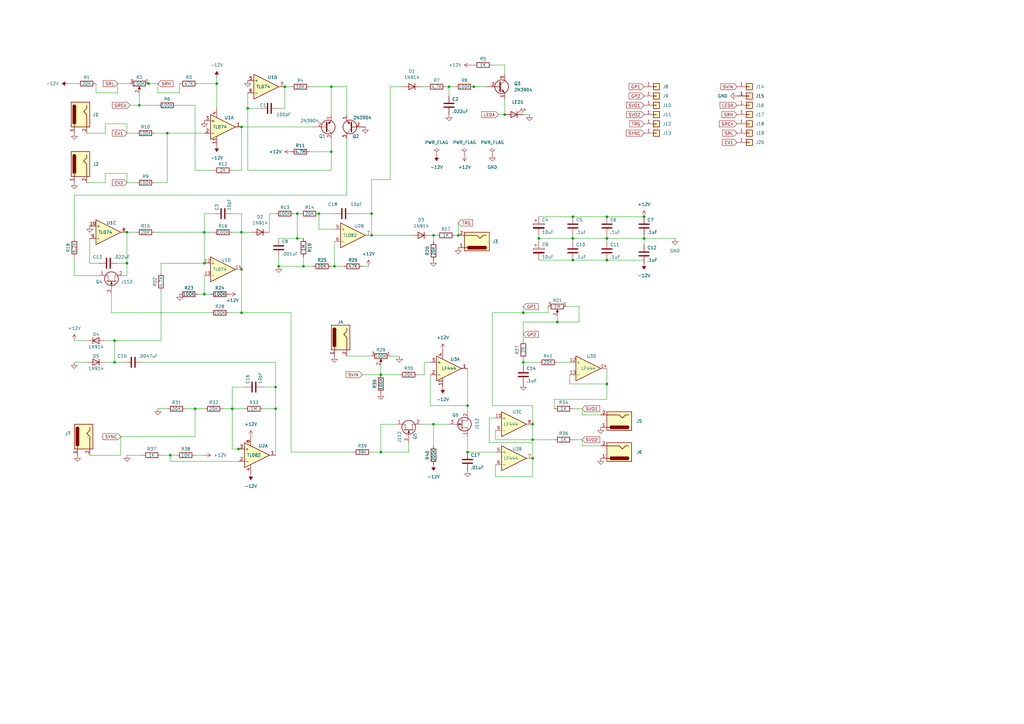
<source format=kicad_sch>
(kicad_sch (version 20211123) (generator eeschema)
  (paper "A3")
  (junction (at 121.92 87.63))
  (junction (at 69.85 186.69))
  (junction (at 248.92 106.68))
  (junction (at 218.44 180.34))
  (junction (at 228.6 132.08))
  (junction (at 137.16 109.22))
  (junction (at 99.06 95.25))
  (junction (at 177.8 96.52))
  (junction (at 220.98 97.79))
  (junction (at 156.21 185.42))
  (junction (at 114.3 109.22))
  (junction (at 83.82 120.65))
  (junction (at 83.82 107.95))
  (junction (at 248.92 157.48))
  (junction (at 135.89 35.56))
  (junction (at 218.44 173.99))
  (junction (at 52.07 95.25))
  (junction (at 57.15 43.18))
  (junction (at 187.96 96.52))
  (junction (at 218.44 187.96))
  (junction (at 264.16 88.9))
  (junction (at 121.92 97.79))
  (junction (at 68.58 54.61))
  (junction (at 52.07 107.95))
  (junction (at 99.06 128.27))
  (junction (at 264.16 97.79))
  (junction (at 191.77 166.37))
  (junction (at 184.15 35.56))
  (junction (at 113.03 158.75))
  (junction (at 99.06 52.07))
  (junction (at 191.77 185.42))
  (junction (at 248.92 97.79))
  (junction (at 234.95 97.79))
  (junction (at 152.4 96.52))
  (junction (at 194.31 35.56))
  (junction (at 60.96 34.29))
  (junction (at 80.01 167.64))
  (junction (at 207.01 46.99))
  (junction (at 101.6 44.45))
  (junction (at 177.8 173.99))
  (junction (at 95.25 167.64))
  (junction (at 135.89 62.23))
  (junction (at 99.06 110.49))
  (junction (at 152.4 87.63))
  (junction (at 116.84 35.56))
  (junction (at 83.82 95.25))
  (junction (at 113.03 167.64))
  (junction (at 156.21 153.67))
  (junction (at 248.92 88.9))
  (junction (at 214.63 148.59))
  (junction (at 214.63 128.27))
  (junction (at 234.95 88.9))
  (junction (at 46.99 139.7))
  (junction (at 234.95 106.68))
  (junction (at 97.79 184.15))
  (junction (at 124.46 109.22))
  (junction (at 130.81 87.63))
  (junction (at 46.99 148.59))
  (junction (at 88.9 34.29))
  (wire (pts (xy 214.63 132.08) (xy 214.63 139.7)))
  (wire (pts (xy 232.41 125.73) (xy 237.49 125.73)))
  (wire (pts (xy 95.25 87.63) (xy 99.06 87.63)))
  (wire (pts (xy 81.28 34.29) (xy 88.9 34.29)))
  (wire (pts (xy 101.6 69.85) (xy 135.89 69.85)))
  (wire (pts (xy 30.48 113.03) (xy 40.64 113.03)))
  (wire (pts (xy 220.98 96.52) (xy 220.98 97.79)))
  (wire (pts (xy 52.07 54.61) (xy 55.88 54.61)))
  (wire (pts (xy 156.21 153.67) (xy 163.83 153.67)))
  (wire (pts (xy 95.25 69.85) (xy 99.06 69.85)))
  (wire (pts (xy 248.92 97.79) (xy 264.16 97.79)))
  (wire (pts (xy 228.6 132.08) (xy 228.6 129.54)))
  (wire (pts (xy 148.59 153.67) (xy 156.21 153.67)))
  (wire (pts (xy 194.31 35.56) (xy 199.39 35.56)))
  (wire (pts (xy 160.02 73.66) (xy 160.02 35.56)))
  (wire (pts (xy 69.85 189.23) (xy 97.79 189.23)))
  (wire (pts (xy 182.88 35.56) (xy 184.15 35.56)))
  (wire (pts (xy 234.95 167.64) (xy 238.76 167.64)))
  (wire (pts (xy 46.99 148.59) (xy 43.18 148.59)))
  (wire (pts (xy 135.89 35.56) (xy 127 35.56)))
  (wire (pts (xy 99.06 128.27) (xy 119.38 128.27)))
  (wire (pts (xy 234.95 97.79) (xy 234.95 99.06)))
  (wire (pts (xy 80.01 167.64) (xy 83.82 167.64)))
  (wire (pts (xy 95.25 167.64) (xy 95.25 158.75)))
  (wire (pts (xy 27.94 34.29) (xy 31.75 34.29)))
  (wire (pts (xy 152.4 96.52) (xy 168.91 96.52)))
  (wire (pts (xy 60.96 34.29) (xy 64.77 34.29)))
  (wire (pts (xy 135.89 35.56) (xy 142.24 35.56)))
  (wire (pts (xy 39.37 38.1) (xy 48.26 38.1)))
  (wire (pts (xy 156.21 185.42) (xy 167.64 185.42)))
  (wire (pts (xy 63.5 95.25) (xy 83.82 95.25)))
  (wire (pts (xy 201.93 26.67) (xy 207.01 26.67)))
  (wire (pts (xy 83.82 87.63) (xy 83.82 95.25)))
  (wire (pts (xy 83.82 107.95) (xy 66.04 107.95)))
  (wire (pts (xy 201.93 128.27) (xy 201.93 166.37)))
  (wire (pts (xy 30.48 80.01) (xy 30.48 97.79)))
  (wire (pts (xy 124.46 105.41) (xy 124.46 109.22)))
  (wire (pts (xy 184.15 35.56) (xy 184.15 39.37)))
  (wire (pts (xy 119.38 128.27) (xy 119.38 185.42)))
  (wire (pts (xy 228.6 148.59) (xy 233.68 148.59)))
  (wire (pts (xy 52.07 74.93) (xy 55.88 74.93)))
  (wire (pts (xy 46.99 148.59) (xy 50.8 148.59)))
  (wire (pts (xy 50.8 113.03) (xy 52.07 113.03)))
  (wire (pts (xy 176.53 166.37) (xy 191.77 166.37)))
  (wire (pts (xy 68.58 74.93) (xy 68.58 54.61)))
  (wire (pts (xy 80.01 179.07) (xy 80.01 167.64)))
  (wire (pts (xy 130.81 87.63) (xy 137.16 87.63)))
  (wire (pts (xy 57.15 43.18) (xy 64.77 43.18)))
  (wire (pts (xy 49.53 186.69) (xy 49.53 179.07)))
  (wire (pts (xy 200.66 181.61) (xy 200.66 171.45)))
  (wire (pts (xy 156.21 173.99) (xy 156.21 185.42)))
  (wire (pts (xy 83.82 113.03) (xy 83.82 120.65)))
  (wire (pts (xy 167.64 185.42) (xy 167.64 181.61)))
  (wire (pts (xy 248.92 97.79) (xy 248.92 99.06)))
  (wire (pts (xy 203.2 176.53) (xy 203.2 180.34)))
  (wire (pts (xy 95.25 95.25) (xy 99.06 95.25)))
  (wire (pts (xy 218.44 181.61) (xy 200.66 181.61)))
  (wire (pts (xy 130.81 93.98) (xy 130.81 87.63)))
  (wire (pts (xy 160.02 35.56) (xy 165.1 35.56)))
  (wire (pts (xy 36.83 186.69) (xy 49.53 186.69)))
  (wire (pts (xy 43.18 71.12) (xy 52.07 71.12)))
  (wire (pts (xy 64.77 38.1) (xy 73.66 38.1)))
  (wire (pts (xy 234.95 106.68) (xy 248.92 106.68)))
  (wire (pts (xy 48.26 107.95) (xy 52.07 107.95)))
  (wire (pts (xy 121.92 97.79) (xy 124.46 97.79)))
  (wire (pts (xy 187.96 91.44) (xy 187.96 96.52)))
  (wire (pts (xy 101.6 38.1) (xy 101.6 44.45)))
  (wire (pts (xy 203.2 180.34) (xy 218.44 180.34)))
  (wire (pts (xy 142.24 35.56) (xy 142.24 46.99)))
  (wire (pts (xy 43.18 50.8) (xy 52.07 50.8)))
  (wire (pts (xy 86.36 128.27) (xy 45.72 128.27)))
  (wire (pts (xy 30.48 139.7) (xy 35.56 139.7)))
  (wire (pts (xy 214.63 148.59) (xy 214.63 149.86)))
  (wire (pts (xy 172.72 35.56) (xy 175.26 35.56)))
  (wire (pts (xy 80.01 43.18) (xy 80.01 69.85)))
  (wire (pts (xy 36.83 97.79) (xy 36.83 107.95)))
  (wire (pts (xy 173.99 153.67) (xy 173.99 148.59)))
  (wire (pts (xy 152.4 87.63) (xy 152.4 96.52)))
  (wire (pts (xy 214.63 147.32) (xy 214.63 148.59)))
  (wire (pts (xy 142.24 146.05) (xy 152.4 146.05)))
  (wire (pts (xy 184.15 35.56) (xy 186.69 35.56)))
  (wire (pts (xy 200.66 171.45) (xy 203.2 171.45)))
  (wire (pts (xy 218.44 180.34) (xy 218.44 173.99)))
  (wire (pts (xy 57.15 43.18) (xy 53.34 43.18)))
  (wire (pts (xy 64.77 34.29) (xy 64.77 38.1)))
  (wire (pts (xy 35.56 74.93) (xy 43.18 74.93)))
  (wire (pts (xy 171.45 153.67) (xy 173.99 153.67)))
  (wire (pts (xy 214.63 132.08) (xy 228.6 132.08)))
  (wire (pts (xy 64.77 167.64) (xy 68.58 167.64)))
  (wire (pts (xy 114.3 105.41) (xy 114.3 109.22)))
  (wire (pts (xy 238.76 170.18) (xy 246.38 170.18)))
  (wire (pts (xy 91.44 167.64) (xy 95.25 167.64)))
  (wire (pts (xy 99.06 52.07) (xy 128.27 52.07)))
  (wire (pts (xy 52.07 113.03) (xy 52.07 107.95)))
  (wire (pts (xy 172.72 173.99) (xy 177.8 173.99)))
  (wire (pts (xy 121.92 87.63) (xy 123.19 87.63)))
  (wire (pts (xy 45.72 128.27) (xy 45.72 120.65)))
  (wire (pts (xy 142.24 57.15) (xy 142.24 80.01)))
  (wire (pts (xy 176.53 96.52) (xy 177.8 96.52)))
  (wire (pts (xy 124.46 109.22) (xy 128.27 109.22)))
  (wire (pts (xy 66.04 119.38) (xy 66.04 139.7)))
  (wire (pts (xy 99.06 95.25) (xy 102.87 95.25)))
  (wire (pts (xy 214.63 125.73) (xy 214.63 128.27)))
  (wire (pts (xy 191.77 185.42) (xy 203.2 185.42)))
  (wire (pts (xy 99.06 110.49) (xy 99.06 128.27)))
  (wire (pts (xy 135.89 46.99) (xy 135.89 35.56)))
  (wire (pts (xy 113.03 158.75) (xy 113.03 167.64)))
  (wire (pts (xy 83.82 120.65) (xy 86.36 120.65)))
  (wire (pts (xy 66.04 107.95) (xy 66.04 111.76)))
  (wire (pts (xy 35.56 54.61) (xy 43.18 54.61)))
  (wire (pts (xy 224.79 125.73) (xy 224.79 128.27)))
  (wire (pts (xy 227.33 163.83) (xy 227.33 167.64)))
  (wire (pts (xy 68.58 54.61) (xy 83.82 54.61)))
  (wire (pts (xy 101.6 44.45) (xy 106.68 44.45)))
  (wire (pts (xy 119.38 185.42) (xy 144.78 185.42)))
  (wire (pts (xy 152.4 185.42) (xy 156.21 185.42)))
  (wire (pts (xy 214.63 128.27) (xy 201.93 128.27)))
  (wire (pts (xy 248.92 163.83) (xy 227.33 163.83)))
  (wire (pts (xy 137.16 109.22) (xy 140.97 109.22)))
  (wire (pts (xy 227.33 180.34) (xy 218.44 180.34)))
  (wire (pts (xy 43.18 74.93) (xy 43.18 71.12)))
  (wire (pts (xy 58.42 148.59) (xy 113.03 148.59)))
  (wire (pts (xy 43.18 54.61) (xy 43.18 50.8)))
  (wire (pts (xy 162.56 173.99) (xy 156.21 173.99)))
  (wire (pts (xy 137.16 109.22) (xy 135.89 109.22)))
  (wire (pts (xy 160.02 146.05) (xy 163.83 146.05)))
  (wire (pts (xy 234.95 97.79) (xy 248.92 97.79)))
  (wire (pts (xy 177.8 182.88) (xy 177.8 173.99)))
  (wire (pts (xy 177.8 173.99) (xy 184.15 173.99)))
  (wire (pts (xy 234.95 88.9) (xy 248.92 88.9)))
  (wire (pts (xy 218.44 187.96) (xy 218.44 181.61)))
  (wire (pts (xy 193.04 35.56) (xy 194.31 35.56)))
  (wire (pts (xy 137.16 93.98) (xy 130.81 93.98)))
  (wire (pts (xy 248.92 157.48) (xy 248.92 151.13)))
  (wire (pts (xy 238.76 167.64) (xy 238.76 170.18)))
  (wire (pts (xy 207.01 40.64) (xy 207.01 46.99)))
  (wire (pts (xy 186.69 96.52) (xy 187.96 96.52)))
  (wire (pts (xy 220.98 97.79) (xy 234.95 97.79)))
  (wire (pts (xy 110.49 95.25) (xy 110.49 87.63)))
  (wire (pts (xy 234.95 96.52) (xy 234.95 97.79)))
  (wire (pts (xy 66.04 186.69) (xy 69.85 186.69)))
  (wire (pts (xy 52.07 186.69) (xy 58.42 186.69)))
  (wire (pts (xy 237.49 125.73) (xy 237.49 132.08)))
  (wire (pts (xy 52.07 71.12) (xy 52.07 74.93)))
  (wire (pts (xy 113.03 148.59) (xy 113.03 158.75)))
  (wire (pts (xy 248.92 106.68) (xy 264.16 106.68)))
  (wire (pts (xy 48.26 34.29) (xy 53.34 34.29)))
  (wire (pts (xy 193.04 26.67) (xy 194.31 26.67)))
  (wire (pts (xy 220.98 106.68) (xy 234.95 106.68)))
  (wire (pts (xy 218.44 195.58) (xy 203.2 195.58)))
  (wire (pts (xy 218.44 166.37) (xy 218.44 173.99)))
  (wire (pts (xy 238.76 182.88) (xy 238.76 180.34)))
  (wire (pts (xy 176.53 153.67) (xy 176.53 166.37)))
  (wire (pts (xy 224.79 128.27) (xy 214.63 128.27)))
  (wire (pts (xy 177.8 99.06) (xy 177.8 96.52)))
  (wire (pts (xy 49.53 179.07) (xy 80.01 179.07)))
  (wire (pts (xy 73.66 38.1) (xy 73.66 34.29)))
  (wire (pts (xy 177.8 96.52) (xy 179.07 96.52)))
  (wire (pts (xy 121.92 87.63) (xy 121.92 97.79)))
  (wire (pts (xy 107.95 158.75) (xy 113.03 158.75)))
  (wire (pts (xy 137.16 99.06) (xy 137.16 109.22)))
  (wire (pts (xy 156.21 149.86) (xy 156.21 153.67)))
  (wire (pts (xy 264.16 96.52) (xy 264.16 97.79)))
  (wire (pts (xy 248.92 88.9) (xy 264.16 88.9)))
  (wire (pts (xy 52.07 95.25) (xy 52.07 107.95)))
  (wire (pts (xy 152.4 87.63) (xy 152.4 73.66)))
  (wire (pts (xy 88.9 34.29) (xy 88.9 31.75)))
  (wire (pts (xy 233.68 157.48) (xy 248.92 157.48)))
  (wire (pts (xy 214.63 46.99) (xy 217.17 46.99)))
  (wire (pts (xy 114.3 97.79) (xy 121.92 97.79)))
  (wire (pts (xy 203.2 195.58) (xy 203.2 190.5)))
  (wire (pts (xy 135.89 69.85) (xy 135.89 62.23)))
  (wire (pts (xy 127 62.23) (xy 135.89 62.23)))
  (wire (pts (xy 83.82 95.25) (xy 83.82 107.95)))
  (wire (pts (xy 57.15 38.1) (xy 57.15 43.18)))
  (wire (pts (xy 248.92 157.48) (xy 248.92 163.83)))
  (wire (pts (xy 248.92 96.52) (xy 248.92 97.79)))
  (wire (pts (xy 52.07 50.8) (xy 52.07 54.61)))
  (wire (pts (xy 69.85 186.69) (xy 69.85 189.23)))
  (wire (pts (xy 214.63 148.59) (xy 220.98 148.59)))
  (wire (pts (xy 191.77 166.37) (xy 191.77 168.91)))
  (wire (pts (xy 218.44 187.96) (xy 218.44 195.58)))
  (wire (pts (xy 264.16 97.79) (xy 276.86 97.79)))
  (wire (pts (xy 99.06 95.25) (xy 99.06 110.49)))
  (wire (pts (xy 110.49 87.63) (xy 113.03 87.63)))
  (wire (pts (xy 116.84 35.56) (xy 119.38 35.56)))
  (wire (pts (xy 36.83 107.95) (xy 40.64 107.95)))
  (wire (pts (xy 87.63 87.63) (xy 83.82 87.63)))
  (wire (pts (xy 72.39 43.18) (xy 80.01 43.18)))
  (wire (pts (xy 88.9 34.29) (xy 88.9 44.45)))
  (wire (pts (xy 120.65 87.63) (xy 121.92 87.63)))
  (wire (pts (xy 135.89 62.23) (xy 135.89 57.15)))
  (wire (pts (xy 173.99 148.59) (xy 176.53 148.59)))
  (wire (pts (xy 201.93 166.37) (xy 218.44 166.37)))
  (wire (pts (xy 191.77 179.07) (xy 191.77 185.42)))
  (wire (pts (xy 95.25 184.15) (xy 95.25 167.64)))
  (wire (pts (xy 152.4 73.66) (xy 160.02 73.66)))
  (wire (pts (xy 66.04 139.7) (xy 46.99 139.7)))
  (wire (pts (xy 80.01 69.85) (xy 87.63 69.85)))
  (wire (pts (xy 30.48 105.41) (xy 30.48 113.03)))
  (wire (pts (xy 116.84 44.45) (xy 116.84 35.56)))
  (wire (pts (xy 99.06 184.15) (xy 97.79 184.15)))
  (wire (pts (xy 59.69 34.29) (xy 60.96 34.29)))
  (wire (pts (xy 237.49 132.08) (xy 228.6 132.08)))
  (wire (pts (xy 81.28 120.65) (xy 83.82 120.65)))
  (wire (pts (xy 43.18 139.7) (xy 46.99 139.7)))
  (wire (pts (xy 233.68 153.67) (xy 233.68 157.48)))
  (wire (pts (xy 246.38 182.88) (xy 238.76 182.88)))
  (wire (pts (xy 107.95 167.64) (xy 113.03 167.64)))
  (wire (pts (xy 39.37 34.29) (xy 39.37 38.1)))
  (wire (pts (xy 95.25 158.75) (xy 100.33 158.75)))
  (wire (pts (xy 142.24 80.01) (xy 30.48 80.01)))
  (wire (pts (xy 76.2 167.64) (xy 80.01 167.64)))
  (wire (pts (xy 114.3 109.22) (xy 124.46 109.22)))
  (wire (pts (xy 63.5 54.61) (xy 68.58 54.61)))
  (wire (pts (xy 48.26 38.1) (xy 48.26 34.29)))
  (wire (pts (xy 220.98 88.9) (xy 234.95 88.9)))
  (wire (pts (xy 207.01 26.67) (xy 207.01 30.48)))
  (wire (pts (xy 264.16 97.79) (xy 264.16 100.33)))
  (wire (pts (xy 220.98 97.79) (xy 220.98 99.06)))
  (wire (pts (xy 46.99 139.7) (xy 46.99 148.59)))
  (wire (pts (xy 69.85 186.69) (xy 72.39 186.69)))
  (wire (pts (xy 99.06 87.63) (xy 99.06 95.25)))
  (wire (pts (xy 191.77 166.37) (xy 191.77 151.13)))
  (wire (pts (xy 204.47 46.99) (xy 207.01 46.99)))
  (wire (pts (xy 234.95 180.34) (xy 238.76 180.34)))
  (wire (pts (xy 97.79 184.15) (xy 95.25 184.15)))
  (wire (pts (xy 83.82 95.25) (xy 87.63 95.25)))
  (wire (pts (xy 99.06 128.27) (xy 93.98 128.27)))
  (wire (pts (xy 95.25 167.64) (xy 100.33 167.64)))
  (wire (pts (xy 113.03 167.64) (xy 113.03 186.69)))
  (wire (pts (xy 101.6 44.45) (xy 101.6 69.85)))
  (wire (pts (xy 148.59 109.22) (xy 151.13 109.22)))
  (wire (pts (xy 80.01 186.69) (xy 83.82 186.69)))
  (wire (pts (xy 144.78 87.63) (xy 152.4 87.63)))
  (wire (pts (xy 30.48 148.59) (xy 35.56 148.59)))
  (wire (pts (xy 63.5 74.93) (xy 68.58 74.93)))
  (wire (pts (xy 114.3 44.45) (xy 116.84 44.45)))
  (wire (pts (xy 52.07 95.25) (xy 55.88 95.25)))
  (wire (pts (xy 99.06 69.85) (xy 99.06 52.07)))
  (global_label "SVIN" (shape input) (at 148.59 153.67 180) (property "Intersheet References" "${INTERSHEET_REFS}" (effects hide)))
  (global_label "TRG" (shape input) (at 187.96 91.44 0) (property "Intersheet References" "${INTERSHEET_REFS}" (effects hide)))
  (global_label "GP2" (shape input) (at 214.63 137.16 0) (property "Intersheet References" "${INTERSHEET_REFS}" (effects hide)))
  (global_label "SVO2" (shape input) (at 238.76 180.34 0) (property "Intersheet References" "${INTERSHEET_REFS}" (effects hide)))
  (global_label "SRCV" (shape input) (at 302.26 50.8 180) (property "Intersheet References" "${INTERSHEET_REFS}" (effects hide)))
  (global_label "SRCV" (shape input) (at 53.34 43.18 180) (property "Intersheet References" "${INTERSHEET_REFS}" (effects hide)))
  (global_label "SVO1" (shape input) (at 264.16 43.18 180) (property "Intersheet References" "${INTERSHEET_REFS}" (effects hide)))
  (global_label "SVIN" (shape input) (at 302.26 35.56 180) (property "Intersheet References" "${INTERSHEET_REFS}" (effects hide)))
  (global_label "SVO2" (shape input) (at 264.16 46.99 180) (property "Intersheet References" "${INTERSHEET_REFS}" (effects hide)))
  (global_label "LEDA" (shape input) (at 302.26 43.18 180) (property "Intersheet References" "${INTERSHEET_REFS}" (effects hide)))
  (global_label "SVO1" (shape input) (at 238.76 167.64 0) (property "Intersheet References" "${INTERSHEET_REFS}" (effects hide)))
  (global_label "CV1" (shape input) (at 52.07 54.61 180) (property "Intersheet References" "${INTERSHEET_REFS}" (effects hide)))
  (global_label "SRL" (shape input) (at 48.26 34.29 180) (property "Intersheet References" "${INTERSHEET_REFS}" (effects hide)))
  (global_label "GP2" (shape input) (at 264.16 39.37 180) (property "Intersheet References" "${INTERSHEET_REFS}" (effects hide)))
  (global_label "GP1" (shape input) (at 264.16 35.56 180) (property "Intersheet References" "${INTERSHEET_REFS}" (effects hide)))
  (global_label "SRL" (shape input) (at 302.26 54.61 180) (property "Intersheet References" "${INTERSHEET_REFS}" (effects hide)))
  (global_label "TRG" (shape input) (at 264.16 50.8 180) (property "Intersheet References" "${INTERSHEET_REFS}" (effects hide)))
  (global_label "SYNC" (shape input) (at 49.53 179.07 180) (property "Intersheet References" "${INTERSHEET_REFS}" (effects hide)))
  (global_label "SYNC" (shape input) (at 264.16 54.61 180) (property "Intersheet References" "${INTERSHEET_REFS}" (effects hide)))
  (global_label "SRH" (shape input) (at 302.26 46.99 180) (property "Intersheet References" "${INTERSHEET_REFS}" (effects hide)))
  (global_label "GP1" (shape input) (at 214.63 125.73 0) (property "Intersheet References" "${INTERSHEET_REFS}" (effects hide)))
  (global_label "LEDA" (shape input) (at 204.47 46.99 180) (property "Intersheet References" "${INTERSHEET_REFS}" (effects hide)))
  (global_label "CV2" (shape input) (at 52.07 74.93 180) (property "Intersheet References" "${INTERSHEET_REFS}" (effects hide)))
  (global_label "CV1" (shape input) (at 302.26 58.42 180) (property "Intersheet References" "${INTERSHEET_REFS}" (effects hide)))
  (global_label "SRH" (shape input) (at 64.77 34.29 0) (property "Intersheet References" "${INTERSHEET_REFS}" (effects hide)))
  (symbol (lib_id "power:GND") (at 30.48 74.93 0) (unit 1)
    (property "Reference" "#PWR0105" (effects hide))
    (property "Value" "GND" (effects hide))
  )
  (symbol (lib_id "Device:C_Polarized") (at 220.98 92.71 0) (unit 1)
    (property "Reference" "C4" (at 222.25 90.17 0) (effects (justify left)))
    (property "Value" "10uF" (at 222.25 95.25 0) (effects (justify left)))
  )
  (symbol (lib_id "Device:R") (at 214.63 143.51 180) (unit 1)
    (property "Reference" "R27" (at 212.09 143.51 90))
    (property "Value" "20" (at 214.63 143.51 90))
  )
  (symbol (lib_id "Transistor_BJT:2N3904") (at 204.47 35.56 0) (unit 1)
    (property "Reference" "Q3" (at 210.82 34.2899 0) (effects (justify left)))
    (property "Value" "2N3904" (at 210.82 36.8299 0) (effects (justify left)))
    (property "Footprint" "Package_TO_SOT_THT:TO-92_Inline" (effects hide))
    (property "Datasheet" "https://www.onsemi.com/pub/Collateral/2N3903-D.PDF" (effects hide))
  )
  (symbol (lib_id "Device:C") (at 140.97 87.63 90) (unit 1)
    (property "Reference" "C18" (at 138.43 83.82 90) (effects (justify left)))
    (property "Value" "10pF" (at 148.59 83.82 90) (effects (justify left)))
  )
  (symbol (lib_id "Device:C") (at 110.49 44.45 90) (unit 1)
    (property "Reference" "C1" (at 109.22 43.18 90) (effects (justify left)))
    (property "Value" "100pF" (at 119.38 46.99 90) (effects (justify left)))
  )
  (symbol (lib_id "Device:C") (at 248.92 102.87 0) (unit 1)
    (property "Reference" "C11" (at 250.19 100.33 0) (effects (justify left)))
    (property "Value" ".1uF" (at 250.19 105.41 0) (effects (justify left)))
  )
  (symbol (lib_id "Device:R") (at 177.8 102.87 180) (unit 1)
    (property "Reference" "R20" (at 175.26 102.87 90))
    (property "Value" "20K" (at 177.8 102.87 90))
  )
  (symbol (lib_id "Connector:Jack-DC") (at 33.02 46.99 90) (mirror x) (unit 1)
    (property "Reference" "J1" (at 38.1 46.9899 90) (effects (justify right)))
    (property "Value" "Jack-DC" (effects hide))
  )
  (symbol (lib_id "Amplifier_Operational:TL074") (at 109.22 35.56 0) (unit 2)
    (property "Reference" "U1" (at 111.76 31.75 0))
    (property "Value" "TL074" (at 107.95 35.56 0))
    (property "Datasheet" "http://www.ti.com/lit/ds/symlink/tl071.pdf" (effects hide))
  )
  (symbol (lib_id "Device:C") (at 114.3 101.6 0) (unit 1)
    (property "Reference" "C8" (at 115.57 99.06 0) (effects (justify left)))
    (property "Value" ".001uF" (at 115.57 104.14 0) (effects (justify left)))
  )
  (symbol (lib_id "power:+12V") (at 193.04 26.67 90) (unit 1)
    (property "Reference" "#PWR0121" (effects hide))
    (property "Value" "+12V" (at 189.23 26.6699 90) (effects (justify left)))
  )
  (symbol (lib_id "Amplifier_Operational:TL082") (at 105.41 186.69 0) (unit 1)
    (property "Reference" "U2" (at 107.95 182.88 0))
    (property "Value" "TL082" (at 104.14 186.69 0))
    (property "Datasheet" "http://www.ti.com/lit/ds/symlink/tl081.pdf" (effects hide))
  )
  (symbol (lib_id "power:GND") (at 73.66 120.65 0) (unit 1)
    (property "Reference" "#PWR0111" (effects hide))
    (property "Value" "GND" (effects hide))
  )
  (symbol (lib_id "power:PWR_FLAG") (at 201.93 63.5 0) (unit 1)
    (property "Reference" "#FLG0102" (effects hide))
    (property "Value" "PWR_FLAG" (at 201.93 58.42 0))
  )
  (symbol (lib_id "Device:R") (at 66.04 115.57 180) (unit 1)
    (property "Reference" "R22" (at 63.5 115.57 90))
    (property "Value" "4.7K" (at 66.04 115.57 90))
  )
  (symbol (lib_id "Device:C") (at 184.15 43.18 0) (unit 1)
    (property "Reference" "C2" (at 185.42 40.64 0) (effects (justify left)))
    (property "Value" ".022uF" (at 185.42 45.72 0) (effects (justify left)))
  )
  (symbol (lib_id "power:-12V") (at 102.87 194.31 0) (mirror x) (unit 1)
    (property "Reference" "#PWR0118" (effects hide))
    (property "Value" "-12V" (at 102.87 199.39 0))
  )
  (symbol (lib_id "power:+12V") (at 30.48 139.7 0) (unit 1)
    (property "Reference" "#PWR0106" (effects hide))
    (property "Value" "+12V" (at 30.48 134.62 0))
  )
  (symbol (lib_id "dhk:LF444") (at 241.3 151.13 0) (unit 4)
    (property "Reference" "U3" (at 242.57 146.05 0))
    (property "Value" "LF444" (at 241.3 151.13 0))
    (property "Datasheet" "http://www.ti.com/lit/ds/symlink/tl081.pdf" (effects hide))
  )
  (symbol (lib_id "Device:R") (at 77.47 34.29 90) (unit 1)
    (property "Reference" "R3" (at 77.47 31.75 90))
    (property "Value" "47K" (at 77.47 34.29 90))
  )
  (symbol (lib_id "power:-12V") (at 264.16 107.95 0) (mirror x) (unit 1)
    (property "Reference" "#PWR0127" (effects hide))
    (property "Value" "-12V" (at 264.16 113.03 0))
  )
  (symbol (lib_id "Device:R") (at 90.17 120.65 90) (unit 1)
    (property "Reference" "R24" (at 90.17 118.11 90))
    (property "Value" "100K" (at 90.17 120.65 90))
  )
  (symbol (lib_id "Device:R") (at 59.69 95.25 90) (unit 1)
    (property "Reference" "R15" (at 59.69 92.71 90))
    (property "Value" "20K" (at 59.69 95.25 90))
  )
  (symbol (lib_id "dhk:LF444") (at 210.82 173.99 0) (unit 3)
    (property "Reference" "U3" (at 212.09 168.91 0))
    (property "Value" "LF444" (at 209.55 173.99 0))
    (property "Datasheet" "http://www.ti.com/lit/ds/symlink/tl081.pdf" (effects hide))
  )
  (symbol (lib_id "power:GND") (at 101.6 33.02 0) (unit 1)
    (property "Reference" "#PWR0101" (effects hide))
    (property "Value" "GND" (effects hide))
  )
  (symbol (lib_id "power:+12V") (at 93.98 120.65 270) (unit 1)
    (property "Reference" "#PWR0112" (effects hide))
    (property "Value" "+12V" (at 92.71 123.19 90) (effects (justify left)))
  )
  (symbol (lib_id "Connector:Jack-DC") (at 254 185.42 180) (unit 1)
    (property "Reference" "J6" (at 260.985 185.4199 0) (effects (justify right)))
    (property "Value" "Jack-DC" (effects hide))
  )
  (symbol (lib_id "power:+12V") (at 83.82 186.69 270) (unit 1)
    (property "Reference" "#PWR0117" (effects hide))
    (property "Value" "+12V" (at 87.63 186.6899 90) (effects (justify left)))
  )
  (symbol (lib_id "power:GND") (at 217.17 46.99 0) (unit 1)
    (property "Reference" "#PWR0122" (effects hide))
    (property "Value" "GND" (effects hide))
  )
  (symbol (lib_id "dhk:J112") (at 167.64 176.53 90) (unit 1)
    (property "Reference" "Q5" (at 170.18 180.34 0) (effects (justify left)))
    (property "Value" "J112" (at 163.83 181.61 0) (effects (justify left)))
    (property "Datasheet" "https://www.onsemi.com/pub/Collateral/MMBFJ113-D.PDF" (effects hide))
  )
  (symbol (lib_id "power:GND") (at 302.26 39.37 270) (unit 1)
    (property "Reference" "#PWR0144" (effects hide))
    (property "Value" "GND" (at 298.45 39.3699 90) (effects (justify right)))
  )
  (symbol (lib_id "Device:R") (at 167.64 153.67 90) (unit 1)
    (property "Reference" "R35" (at 167.64 151.13 90))
    (property "Value" "20K" (at 167.64 153.67 90))
  )
  (symbol (lib_id "Device:R") (at 123.19 35.56 90) (unit 1)
    (property "Reference" "R4" (at 123.19 33.02 90))
    (property "Value" "10K" (at 123.19 35.56 90))
  )
  (symbol (lib_id "Device:LED") (at 210.82 46.99 180) (unit 1)
    (property "Reference" "LED1" (at 212.4075 41.91 0))
    (property "Value" "LED" (effects hide))
  )
  (symbol (lib_id "Transistor_BJT:2N3904") (at 144.78 52.07 180) (unit 1)
    (property "Reference" "Q2" (at 147.32 55.88 0) (effects (justify left)))
    (property "Value" "2N3904" (at 152.4 48.26 0) (effects (justify left)))
    (property "Footprint" "Package_TO_SOT_THT:TO-92_Inline" (effects hide))
    (property "Datasheet" "https://www.onsemi.com/pub/Collateral/2N3903-D.PDF" (effects hide))
  )
  (symbol (lib_id "Device:C") (at 54.61 148.59 90) (unit 1)
    (property "Reference" "C15" (at 52.07 146.05 90) (effects (justify left)))
    (property "Value" ".0047uF" (at 64.77 146.05 90) (effects (justify left)))
  )
  (symbol (lib_id "power:+12V") (at 119.38 62.23 90) (unit 1)
    (property "Reference" "#PWR0103" (effects hide))
    (property "Value" "+12V" (at 115.57 62.2299 90) (effects (justify left)))
  )
  (symbol (lib_id "power:PWR_FLAG") (at 190.5 63.5 0) (unit 1)
    (property "Reference" "#FLG0101" (effects hide))
    (property "Value" "PWR_FLAG" (at 190.5 58.42 0))
  )
  (symbol (lib_id "Connector_Generic:Conn_01x01") (at 269.24 50.8 0) (unit 1)
    (property "Reference" "J12" (at 271.78 50.7999 0) (effects (justify left)))
    (property "Value" "Conn_01x01" (effects hide))
  )
  (symbol (lib_name "TL074_1") (lib_id "Amplifier_Operational:TL074") (at 91.44 52.07 0) (unit 5)
    (property "Reference" "U1" (effects hide))
    (property "Value" "TL074" (effects hide))
    (property "Datasheet" "http://www.ti.com/lit/ds/symlink/tl071.pdf" (effects hide))
  )
  (symbol (lib_id "dhk:LF444") (at 210.82 187.96 0) (unit 2)
    (property "Reference" "U3" (at 212.09 184.15 0))
    (property "Value" "LF444" (at 209.55 187.96 0))
    (property "Datasheet" "http://www.ti.com/lit/ds/symlink/tl081.pdf" (effects hide))
  )
  (symbol (lib_id "Connector_Generic:Conn_01x01") (at 307.34 54.61 0) (unit 1)
    (property "Reference" "J19" (at 309.88 54.6099 0) (effects (justify left)))
    (property "Value" "Conn_01x01" (effects hide))
  )
  (symbol (lib_id "Connector:Jack-DC") (at 139.7 138.43 90) (mirror x) (unit 1)
    (property "Reference" "J4" (at 139.7 132.08 90))
    (property "Value" "Jack-DC" (effects hide))
  )
  (symbol (lib_id "Device:R") (at 76.2 186.69 90) (unit 1)
    (property "Reference" "R38" (at 76.2 184.15 90))
    (property "Value" "10K" (at 76.2 186.69 90))
  )
  (symbol (lib_id "Device:R") (at 104.14 167.64 90) (unit 1)
    (property "Reference" "R33" (at 104.14 165.1 90))
    (property "Value" "1M" (at 104.14 167.64 90))
  )
  (symbol (lib_id "power:+12V") (at 181.61 143.51 0) (unit 1)
    (property "Reference" "#PWR0136" (effects hide))
    (property "Value" "+12V" (at 181.61 138.43 0))
  )
  (symbol (lib_id "Connector_Generic:Conn_01x01") (at 269.24 46.99 0) (unit 1)
    (property "Reference" "J11" (at 271.78 46.9899 0) (effects (justify left)))
    (property "Value" "Conn_01x01" (effects hide))
  )
  (symbol (lib_id "power:-12V") (at 177.8 190.5 0) (mirror x) (unit 1)
    (property "Reference" "#PWR0140" (effects hide))
    (property "Value" "-12V" (at 177.8 195.58 0))
  )
  (symbol (lib_id "Device:C") (at 214.63 153.67 0) (unit 1)
    (property "Reference" "C14" (at 215.9 151.13 0) (effects (justify left)))
    (property "Value" ".1uF" (at 215.9 156.21 0) (effects (justify left)))
  )
  (symbol (lib_id "Device:C_Polarized") (at 220.98 102.87 0) (unit 1)
    (property "Reference" "C9" (at 222.25 100.33 0) (effects (justify left)))
    (property "Value" "10uF" (at 222.25 105.41 0) (effects (justify left)))
  )
  (symbol (lib_id "power:+12V") (at 264.16 88.9 0) (unit 1)
    (property "Reference" "#PWR0129" (effects hide))
    (property "Value" "+12V" (at 264.16 83.82 0))
  )
  (symbol (lib_id "Amplifier_Operational:TL074") (at 91.44 110.49 0) (unit 4)
    (property "Reference" "U1" (at 92.71 106.68 0))
    (property "Value" "TL074" (at 90.17 110.49 0))
    (property "Datasheet" "http://www.ti.com/lit/ds/symlink/tl071.pdf" (effects hide))
  )
  (symbol (lib_id "power:GND") (at 52.07 186.69 0) (unit 1)
    (property "Reference" "#PWR0114" (effects hide))
    (property "Value" "GND" (effects hide))
  )
  (symbol (lib_id "power:PWR_FLAG") (at 179.07 63.5 0) (unit 1)
    (property "Reference" "#FLG0103" (effects hide))
    (property "Value" "PWR_FLAG" (at 179.07 58.42 0))
  )
  (symbol (lib_id "Device:R_Potentiometer") (at 156.21 146.05 270) (unit 1)
    (property "Reference" "R29" (at 156.21 143.51 90))
    (property "Value" "100K" (at 156.21 146.05 90))
  )
  (symbol (lib_id "power:-12V") (at 181.61 158.75 0) (mirror x) (unit 1)
    (property "Reference" "#PWR0134" (effects hide))
    (property "Value" "-12V" (at 181.61 163.83 0))
  )
  (symbol (lib_id "Connector:Jack-DC") (at 33.02 67.31 90) (mirror x) (unit 1)
    (property "Reference" "J2" (at 38.1 67.3099 90) (effects (justify right)))
    (property "Value" "Jack-DC" (effects hide))
  )
  (symbol (lib_id "Connector_Generic:Conn_01x01") (at 307.34 39.37 0) (unit 1)
    (property "Reference" "J15" (at 309.88 39.3699 0) (effects (justify left)))
    (property "Value" "Conn_01x01" (effects hide))
  )
  (symbol (lib_id "Transistor_BJT:2N3904") (at 133.35 52.07 0) (mirror x) (unit 1)
    (property "Reference" "Q1" (at 130.81 55.88 0) (effects (justify left)))
    (property "Value" "2N3904" (at 123.19 49.53 0) (effects (justify left)))
    (property "Footprint" "Package_TO_SOT_THT:TO-92_Inline" (effects hide))
    (property "Datasheet" "https://www.onsemi.com/pub/Collateral/2N3903-D.PDF" (effects hide))
  )
  (symbol (lib_id "dhk:J112") (at 45.72 115.57 90) (unit 1)
    (property "Reference" "Q4" (at 40.64 115.57 90))
    (property "Value" "J112" (at 52.07 115.57 90))
    (property "Datasheet" "https://www.onsemi.com/pub/Collateral/MMBFJ113-D.PDF" (effects hide))
  )
  (symbol (lib_id "Device:C") (at 234.95 102.87 0) (unit 1)
    (property "Reference" "C10" (at 236.22 100.33 0) (effects (justify left)))
    (property "Value" ".1uF" (at 236.22 105.41 0) (effects (justify left)))
  )
  (symbol (lib_id "Connector_Generic:Conn_01x01") (at 307.34 58.42 0) (unit 1)
    (property "Reference" "J20" (at 309.88 58.4199 0) (effects (justify left)))
    (property "Value" "Conn_01x01" (effects hide))
  )
  (symbol (lib_id "power:-12V") (at 88.9 31.75 0) (unit 1)
    (property "Reference" "#PWR0125" (effects hide))
    (property "Value" "-12V" (at 88.9 26.67 0))
  )
  (symbol (lib_id "power:-12V") (at 27.94 34.29 90) (unit 1)
    (property "Reference" "#PWR0108" (effects hide))
    (property "Value" "-12V" (at 24.13 34.2899 90) (effects (justify left)))
  )
  (symbol (lib_id "Device:R") (at 132.08 109.22 90) (unit 1)
    (property "Reference" "R25" (at 132.08 106.68 90))
    (property "Value" "20K" (at 132.08 109.22 90))
  )
  (symbol (lib_id "Device:R") (at 123.19 62.23 90) (unit 1)
    (property "Reference" "R11" (at 123.19 59.69 90))
    (property "Value" "4.7M" (at 123.19 62.23 90))
  )
  (symbol (lib_id "power:+12V") (at 151.13 109.22 0) (unit 1)
    (property "Reference" "#PWR0126" (effects hide))
    (property "Value" "+12V" (at 151.13 104.14 0))
  )
  (symbol (lib_id "Device:C") (at 44.45 107.95 90) (unit 1)
    (property "Reference" "C13" (at 41.91 105.41 90) (effects (justify left)))
    (property "Value" ".022uF" (at 53.34 105.41 90) (effects (justify left)))
  )
  (symbol (lib_id "Connector_Generic:Conn_01x01") (at 307.34 46.99 0) (unit 1)
    (property "Reference" "J17" (at 309.88 46.9899 0) (effects (justify left)))
    (property "Value" "Conn_01x01" (effects hide))
  )
  (symbol (lib_id "Device:C") (at 234.95 92.71 0) (unit 1)
    (property "Reference" "C5" (at 236.22 90.17 0) (effects (justify left)))
    (property "Value" ".1uF" (at 236.22 95.25 0) (effects (justify left)))
  )
  (symbol (lib_id "Device:R") (at 124.46 101.6 0) (unit 1)
    (property "Reference" "R19" (at 127 101.6 90))
    (property "Value" "1M" (at 124.46 101.6 90))
  )
  (symbol (lib_id "power:GND") (at 184.15 46.99 0) (unit 1)
    (property "Reference" "#PWR0123" (effects hide))
    (property "Value" "GND" (effects hide))
  )
  (symbol (lib_id "Device:R") (at 144.78 109.22 90) (unit 1)
    (property "Reference" "R26" (at 144.78 106.68 90))
    (property "Value" "47K" (at 144.78 109.22 90))
  )
  (symbol (lib_id "Device:C") (at 104.14 158.75 90) (unit 1)
    (property "Reference" "C16" (at 101.6 157.48 0) (effects (justify left)))
    (property "Value" "10pF" (at 106.68 157.48 0) (effects (justify left)))
  )
  (symbol (lib_id "Diode:1N914") (at 172.72 96.52 0) (mirror y) (unit 1)
    (property "Reference" "D3" (at 172.72 90.17 0))
    (property "Value" "1N914" (at 172.72 92.71 0))
    (property "Footprint" "Diode_THT:D_DO-35_SOD27_P7.62mm_Horizontal" (effects hide))
    (property "Datasheet" "http://www.vishay.com/docs/85622/1n914.pdf" (effects hide))
  )
  (symbol (lib_id "dhk:J112") (at 189.23 173.99 0) (mirror x) (unit 1)
    (property "Reference" "Q6" (at 185.42 170.18 0) (effects (justify left)))
    (property "Value" "J112" (at 195.58 171.45 90) (effects (justify left)))
    (property "Datasheet" "https://www.onsemi.com/pub/Collateral/MMBFJ113-D.PDF" (effects hide))
  )
  (symbol (lib_id "power:GND") (at 36.83 92.71 0) (unit 1)
    (property "Reference" "#PWR0104" (effects hide))
    (property "Value" "GND" (effects hide))
  )
  (symbol (lib_id "power:+12V") (at 102.87 179.07 0) (unit 1)
    (property "Reference" "#PWR0116" (effects hide))
    (property "Value" "+12V" (at 102.87 173.99 0))
  )
  (symbol (lib_id "power:GND") (at 246.38 187.96 0) (unit 1)
    (property "Reference" "#PWR0131" (effects hide))
    (property "Value" "GND" (effects hide))
  )
  (symbol (lib_name "TL082_1") (lib_id "Amplifier_Operational:TL082") (at 105.41 186.69 0) (unit 3)
    (property "Reference" "U2" (effects hide))
    (property "Value" "TL082" (effects hide))
    (property "Datasheet" "http://www.ti.com/lit/ds/symlink/tl081.pdf" (effects hide))
  )
  (symbol (lib_id "Connector:Jack-DC") (at 34.29 179.07 90) (mirror x) (unit 1)
    (property "Reference" "J7" (at 26.67 177.8 90) (effects (justify right)))
    (property "Value" "Jack-DC" (effects hide))
  )
  (symbol (lib_id "Device:R") (at 198.12 26.67 90) (unit 1)
    (property "Reference" "R5" (at 198.12 24.13 90))
    (property "Value" "1K" (at 198.12 26.67 90))
  )
  (symbol (lib_id "Connector_Generic:Conn_01x01") (at 269.24 39.37 0) (unit 1)
    (property "Reference" "J9" (at 271.78 39.3699 0) (effects (justify left)))
    (property "Value" "Conn_01x01" (effects hide))
  )
  (symbol (lib_id "Device:C") (at 248.92 92.71 0) (unit 1)
    (property "Reference" "C6" (at 250.19 90.17 0) (effects (justify left)))
    (property "Value" ".1uF" (at 250.19 95.25 0) (effects (justify left)))
  )
  (symbol (lib_id "Diode:1N914") (at 168.91 35.56 0) (mirror y) (unit 1)
    (property "Reference" "D1" (at 168.91 29.21 0))
    (property "Value" "1N914" (at 168.91 31.75 0))
    (property "Footprint" "Diode_THT:D_DO-35_SOD27_P7.62mm_Horizontal" (effects hide))
    (property "Datasheet" "http://www.vishay.com/docs/85622/1n914.pdf" (effects hide))
  )
  (symbol (lib_id "Device:R_Potentiometer") (at 228.6 125.73 270) (unit 1)
    (property "Reference" "R21" (at 228.6 123.19 90))
    (property "Value" "1M" (at 228.6 125.73 90))
  )
  (symbol (lib_id "power:-12V") (at 88.9 59.69 0) (mirror x) (unit 1)
    (property "Reference" "#PWR0102" (effects hide))
    (property "Value" "-12V" (at 88.9 64.77 0))
  )
  (symbol (lib_id "Connector_Generic:Conn_01x01") (at 307.34 35.56 0) (unit 1)
    (property "Reference" "J14" (at 309.88 35.5599 0) (effects (justify left)))
    (property "Value" "Conn_01x01" (effects hide))
  )
  (symbol (lib_id "power:GND") (at 163.83 146.05 0) (unit 1)
    (property "Reference" "#PWR0138" (effects hide))
    (property "Value" "GND" (effects hide))
  )
  (symbol (lib_id "power:GND") (at 276.86 97.79 0) (unit 1)
    (property "Reference" "#PWR0128" (effects hide))
    (property "Value" "GND" (at 276.86 102.87 0))
  )
  (symbol (lib_id "Connector_Generic:Conn_01x01") (at 307.34 43.18 0) (unit 1)
    (property "Reference" "J16" (at 309.88 43.1799 0) (effects (justify left)))
    (property "Value" "Conn_01x01" (effects hide))
  )
  (symbol (lib_id "Device:C") (at 191.77 189.23 0) (unit 1)
    (property "Reference" "C17" (at 193.04 186.69 0) (effects (justify left)))
    (property "Value" ".01uF" (at 193.04 191.77 0) (effects (justify left)))
  )
  (symbol (lib_id "Device:R") (at 59.69 74.93 90) (unit 1)
    (property "Reference" "R9" (at 59.69 72.39 90))
    (property "Value" "100K" (at 59.69 74.93 90))
  )
  (symbol (lib_id "Device:R") (at 177.8 186.69 180) (unit 1)
    (property "Reference" "R40" (at 175.26 186.69 90))
    (property "Value" "200K" (at 177.8 186.69 90))
  )
  (symbol (lib_id "Connector:Jack-DC") (at 195.58 99.06 180) (unit 1)
    (property "Reference" "J3" (at 201.93 99.0599 0) (effects (justify right)))
    (property "Value" "Jack-DC" (effects hide))
  )
  (symbol (lib_id "Device:R") (at 62.23 186.69 90) (unit 1)
    (property "Reference" "R37" (at 62.23 184.15 90))
    (property "Value" "1K" (at 62.23 186.69 90))
  )
  (symbol (lib_id "Amplifier_Operational:TL082") (at 144.78 96.52 0) (unit 2)
    (property "Reference" "U2" (at 147.32 92.71 0))
    (property "Value" "TL082" (at 143.51 96.52 0))
    (property "Datasheet" "http://www.ti.com/lit/ds/symlink/tl081.pdf" (effects hide))
  )
  (symbol (lib_id "power:GND") (at 214.63 157.48 0) (unit 1)
    (property "Reference" "#PWR0133" (effects hide))
    (property "Value" "GND" (effects hide))
  )
  (symbol (lib_id "power:GND") (at 114.3 109.22 0) (unit 1)
    (property "Reference" "#PWR0110" (effects hide))
    (property "Value" "GND" (effects hide))
  )
  (symbol (lib_id "Connector:Jack-DC") (at 254 172.72 180) (unit 1)
    (property "Reference" "J5" (at 260.985 172.7199 0) (effects (justify right)))
    (property "Value" "Jack-DC" (effects hide))
  )
  (symbol (lib_id "Device:R") (at 87.63 167.64 90) (unit 1)
    (property "Reference" "R32" (at 87.63 165.1 90))
    (property "Value" "20K" (at 87.63 167.64 90))
  )
  (symbol (lib_id "Device:R") (at 91.44 69.85 90) (unit 1)
    (property "Reference" "R12" (at 91.44 67.31 90))
    (property "Value" "2K" (at 91.44 69.85 90))
  )
  (symbol (lib_id "Device:R") (at 116.84 87.63 90) (unit 1)
    (property "Reference" "R13" (at 116.84 85.09 90))
    (property "Value" "100K" (at 116.84 87.63 90))
  )
  (symbol (lib_id "power:GND") (at 191.77 193.04 0) (unit 1)
    (property "Reference" "#PWR0132" (effects hide))
    (property "Value" "GND" (effects hide))
  )
  (symbol (lib_id "power:GND") (at 177.8 106.68 0) (unit 1)
    (property "Reference" "#PWR0135" (effects hide))
    (property "Value" "GND" (effects hide))
  )
  (symbol (lib_id "Device:R") (at 30.48 101.6 180) (unit 1)
    (property "Reference" "R18" (at 27.94 101.6 90))
    (property "Value" "6.2K" (at 30.48 101.6 90))
  )
  (symbol (lib_id "Device:R") (at 179.07 35.56 90) (unit 1)
    (property "Reference" "R7" (at 179.07 33.02 90))
    (property "Value" "4.7K" (at 179.07 35.56 90))
  )
  (symbol (lib_id "Device:R") (at 231.14 167.64 90) (unit 1)
    (property "Reference" "R34" (at 231.14 165.1 90))
    (property "Value" "1K" (at 231.14 167.64 90))
  )
  (symbol (lib_id "Device:R") (at 90.17 128.27 90) (unit 1)
    (property "Reference" "R28" (at 90.17 125.73 90))
    (property "Value" "100K" (at 90.17 128.27 90))
  )
  (symbol (lib_id "power:+12V") (at 190.5 63.5 0) (mirror x) (unit 1)
    (property "Reference" "#PWR0142" (effects hide))
    (property "Value" "+12V" (at 190.5 68.58 0))
  )
  (symbol (lib_id "power:GND") (at 187.96 101.6 0) (unit 1)
    (property "Reference" "#PWR0139" (effects hide))
    (property "Value" "GND" (effects hide))
  )
  (symbol (lib_id "Diode:1N914") (at 39.37 148.59 0) (mirror y) (unit 1)
    (property "Reference" "D5" (at 39.37 146.05 0))
    (property "Value" "1N914" (at 39.37 151.13 0))
    (property "Footprint" "Diode_THT:D_DO-35_SOD27_P7.62mm_Horizontal" (effects hide))
    (property "Datasheet" "http://www.vishay.com/docs/85622/1n914.pdf" (effects hide))
  )
  (symbol (lib_id "Connector_Generic:Conn_01x01") (at 307.34 50.8 0) (unit 1)
    (property "Reference" "J18" (at 309.88 50.7999 0) (effects (justify left)))
    (property "Value" "Conn_01x01" (effects hide))
  )
  (symbol (lib_id "Device:R") (at 190.5 35.56 90) (unit 1)
    (property "Reference" "R8" (at 190.5 33.02 90))
    (property "Value" "100K" (at 190.5 35.56 90))
  )
  (symbol (lib_id "Device:R") (at 77.47 120.65 90) (unit 1)
    (property "Reference" "R23" (at 77.47 118.11 90))
    (property "Value" "100K" (at 77.47 120.65 90))
  )
  (symbol (lib_name "LF444_1") (lib_id "dhk:LF444") (at 184.15 151.13 0) (unit 5)
    (property "Reference" "U3" (effects hide))
    (property "Value" "LF444" (effects hide))
    (property "Datasheet" "http://www.ti.com/lit/ds/symlink/tl081.pdf" (effects hide))
  )
  (symbol (lib_id "power:GND") (at 83.82 49.53 0) (unit 1)
    (property "Reference" "#PWR0107" (effects hide))
    (property "Value" "GND" (effects hide))
  )
  (symbol (lib_id "power:GND") (at 137.16 146.05 0) (unit 1)
    (property "Reference" "#PWR0113" (effects hide))
    (property "Value" "GND" (effects hide))
  )
  (symbol (lib_id "Diode:1N914") (at 106.68 95.25 0) (mirror y) (unit 1)
    (property "Reference" "D2" (at 106.68 88.9 0))
    (property "Value" "1N914" (at 106.68 91.44 0))
    (property "Footprint" "Diode_THT:D_DO-35_SOD27_P7.62mm_Horizontal" (effects hide))
    (property "Datasheet" "http://www.vishay.com/docs/85622/1n914.pdf" (effects hide))
  )
  (symbol (lib_id "Device:R") (at 231.14 180.34 90) (unit 1)
    (property "Reference" "R36" (at 231.14 177.8 90))
    (property "Value" "1K" (at 231.14 180.34 90))
  )
  (symbol (lib_id "Device:R") (at 127 87.63 90) (unit 1)
    (property "Reference" "R14" (at 127 85.09 90))
    (property "Value" "20K" (at 127 87.63 90))
  )
  (symbol (lib_id "Device:C") (at 264.16 104.14 0) (unit 1)
    (property "Reference" "C12" (at 265.43 101.6 0) (effects (justify left)))
    (property "Value" ".1uF" (at 265.43 106.68 0) (effects (justify left)))
  )
  (symbol (lib_id "Device:R") (at 182.88 96.52 90) (unit 1)
    (property "Reference" "R17" (at 182.88 93.98 90))
    (property "Value" "1K" (at 182.88 96.52 90))
  )
  (symbol (lib_id "Device:R") (at 59.69 54.61 90) (unit 1)
    (property "Reference" "R10" (at 59.69 52.07 90))
    (property "Value" "100K" (at 59.69 54.61 90))
  )
  (symbol (lib_id "Device:R") (at 91.44 95.25 90) (unit 1)
    (property "Reference" "R16" (at 91.44 92.71 90))
    (property "Value" "100K" (at 91.44 95.25 90))
  )
  (symbol (lib_id "power:GND") (at 149.86 52.07 0) (unit 1)
    (property "Reference" "#PWR0124" (effects hide))
    (property "Value" "GND" (effects hide))
  )
  (symbol (lib_id "power:GND") (at 64.77 167.64 0) (unit 1)
    (property "Reference" "#PWR0119" (effects hide))
    (property "Value" "GND" (effects hide))
  )
  (symbol (lib_id "Device:C") (at 91.44 87.63 90) (unit 1)
    (property "Reference" "C3" (at 88.9 86.36 0) (effects (justify left)))
    (property "Value" "10pF" (at 93.98 86.36 0) (effects (justify left)))
  )
  (symbol (lib_id "Device:R") (at 35.56 34.29 90) (unit 1)
    (property "Reference" "R1" (at 35.56 31.75 90))
    (property "Value" "20K" (at 35.56 34.29 90))
  )
  (symbol (lib_id "power:GND") (at 30.48 54.61 0) (unit 1)
    (property "Reference" "#PWR0109" (effects hide))
    (property "Value" "GND" (effects hide))
  )
  (symbol (lib_id "Device:R") (at 72.39 167.64 90) (unit 1)
    (property "Reference" "R31" (at 72.39 165.1 90))
    (property "Value" "20K" (at 72.39 167.64 90))
  )
  (symbol (lib_id "power:GND") (at 31.75 186.69 0) (unit 1)
    (property "Reference" "#PWR0115" (effects hide))
    (property "Value" "GND" (effects hide))
  )
  (symbol (lib_id "power:-12V") (at 179.07 63.5 0) (mirror x) (unit 1)
    (property "Reference" "#PWR0141" (effects hide))
    (property "Value" "-12V" (at 179.07 68.58 0))
  )
  (symbol (lib_id "Amplifier_Operational:TL074") (at 44.45 95.25 0) (unit 3)
    (property "Reference" "U1" (at 45.72 91.44 0))
    (property "Value" "TL074" (at 43.18 95.25 0))
    (property "Datasheet" "http://www.ti.com/lit/ds/symlink/tl071.pdf" (effects hide))
  )
  (symbol (lib_id "Device:R_Potentiometer") (at 57.15 34.29 270) (unit 1)
    (property "Reference" "R2" (at 57.15 31.75 90))
    (property "Value" "100K" (at 57.15 34.29 90))
  )
  (symbol (lib_id "Device:R") (at 148.59 185.42 90) (unit 1)
    (property "Reference" "R39" (at 148.59 182.88 90))
    (property "Value" "39K" (at 148.59 185.42 90))
  )
  (symbol (lib_id "Connector_Generic:Conn_01x01") (at 269.24 54.61 0) (unit 1)
    (property "Reference" "J13" (at 271.78 54.6099 0) (effects (justify left)))
    (property "Value" "Conn_01x01" (effects hide))
  )
  (symbol (lib_id "dhk:LF444") (at 184.15 151.13 0) (unit 1)
    (property "Reference" "U3" (at 186.69 147.32 0))
    (property "Value" "LF444" (at 184.15 151.13 0))
    (property "Datasheet" "http://www.ti.com/lit/ds/symlink/tl081.pdf" (effects hide))
  )
  (symbol (lib_id "Connector_Generic:Conn_01x01") (at 269.24 35.56 0) (unit 1)
    (property "Reference" "J8" (at 271.78 35.5599 0) (effects (justify left)))
    (property "Value" "Conn_01x01" (effects hide))
  )
  (symbol (lib_id "power:GND") (at 201.93 63.5 0) (unit 1)
    (property "Reference" "#PWR0143" (effects hide))
    (property "Value" "GND" (at 201.93 68.58 0))
  )
  (symbol (lib_id "Amplifier_Operational:TL074") (at 91.44 52.07 0) (unit 1)
    (property "Reference" "U1" (at 93.98 48.26 0))
    (property "Value" "TL074" (at 90.17 52.07 0))
    (property "Datasheet" "http://www.ti.com/lit/ds/symlink/tl071.pdf" (effects hide))
  )
  (symbol (lib_id "Device:R") (at 156.21 157.48 180) (unit 1)
    (property "Reference" "R30" (at 153.67 157.48 90))
    (property "Value" "100K" (at 156.21 157.48 90))
  )
  (symbol (lib_id "power:GND") (at 30.48 148.59 0) (unit 1)
    (property "Reference" "#PWR0120" (effects hide))
    (property "Value" "GND" (effects hide))
  )
  (symbol (lib_id "power:GND") (at 156.21 161.29 0) (unit 1)
    (property "Reference" "#PWR0137" (effects hide))
    (property "Value" "GND" (effects hide))
  )
  (symbol (lib_id "Connector_Generic:Conn_01x01") (at 269.24 43.18 0) (unit 1)
    (property "Reference" "J10" (at 271.78 43.1799 0) (effects (justify left)))
    (property "Value" "Conn_01x01" (effects hide))
  )
  (symbol (lib_id "power:GND") (at 246.38 175.26 0) (unit 1)
    (property "Reference" "#PWR0130" (effects hide))
    (property "Value" "GND" (effects hide))
  )
  (symbol (lib_id "Device:C") (at 264.16 92.71 0) (unit 1)
    (property "Reference" "C7" (at 265.43 90.17 0) (effects (justify left)))
    (property "Value" ".1uF" (at 265.43 95.25 0) (effects (justify left)))
  )
  (symbol (lib_id "Device:R") (at 68.58 43.18 90) (unit 1)
    (property "Reference" "R6" (at 68.58 40.64 90))
    (property "Value" "100K" (at 68.58 43.18 90))
  )
  (symbol (lib_id "Diode:1N914") (at 39.37 139.7 0) (unit 1)
    (property "Reference" "D4" (at 39.37 137.16 0))
    (property "Value" "1N914" (at 39.37 142.24 0))
    (property "Footprint" "Diode_THT:D_DO-35_SOD27_P7.62mm_Horizontal" (effects hide))
    (property "Datasheet" "http://www.vishay.com/docs/85622/1n914.pdf" (effects hide))
  )
  (symbol (lib_id "Device:R") (at 224.79 148.59 90) (unit 1)
    (property "Reference" "R41" (at 224.79 146.05 90))
    (property "Value" "20K" (at 224.79 148.59 90))
  )
)
</source>
